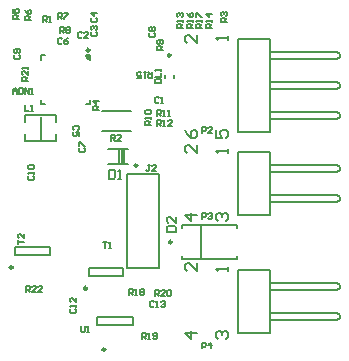
<source format=gto>
G04*
G04 #@! TF.GenerationSoftware,Altium Limited,Altium Designer,22.2.1 (43)*
G04*
G04 Layer_Color=65535*
%FSAX24Y24*%
%MOIN*%
G70*
G04*
G04 #@! TF.SameCoordinates,0A7D3E4C-9769-4D31-AB1C-A6483D793648*
G04*
G04*
G04 #@! TF.FilePolarity,Positive*
G04*
G01*
G75*
%ADD10C,0.0098*%
%ADD11C,0.0079*%
%ADD12C,0.0059*%
%ADD13C,0.0060*%
%ADD14C,0.0050*%
G36*
X017460Y027388D02*
Y027250D01*
X017401D01*
X017323Y027329D01*
Y027388D01*
X017460D01*
D02*
G37*
D10*
X019045Y023720D02*
G03*
X019045Y023720I-000049J000000D01*
G01*
X020197Y021161D02*
G03*
X020197Y021161I-000049J000000D01*
G01*
X014892Y020315D02*
G03*
X014892Y020315I-000049J000000D01*
G01*
X017366Y019622D02*
G03*
X017366Y019622I-000049J000000D01*
G01*
X017975Y017585D02*
G03*
X017975Y017585I-000049J000000D01*
G01*
X017452Y027559D02*
G03*
X017452Y027559I-000049J000000D01*
G01*
X020161Y027394D02*
G03*
X020161Y027394I-000049J000000D01*
G01*
D11*
X017323Y027388D02*
G03*
X017460Y027250I000138J000000D01*
G01*
X018071Y023760D02*
X018740D01*
X018071Y024272D02*
X018740D01*
X018602Y023760D02*
Y024272D01*
X018524Y023760D02*
Y024272D01*
X018445Y023760D02*
Y024272D01*
X021161Y020630D02*
Y021693D01*
X020551Y021632D02*
Y021732D01*
Y020591D02*
Y020691D01*
Y020591D02*
X022362D01*
Y021632D02*
Y021732D01*
Y020591D02*
Y020691D01*
X020551Y021732D02*
X022362D01*
X016122Y020748D02*
Y020984D01*
X014980D02*
X016122D01*
X014980Y020748D02*
Y020984D01*
Y020748D02*
X016122D01*
X023455Y026252D02*
X025709D01*
X023455Y026504D02*
X025709D01*
Y026252D02*
X025787Y026331D01*
X025709Y026504D02*
X025787Y026425D01*
Y026331D02*
Y026425D01*
Y027331D02*
Y027425D01*
X025709Y027504D02*
X025787Y027425D01*
X025709Y027252D02*
X025787Y027331D01*
X023455Y027504D02*
X025709D01*
X023455Y027252D02*
X025709D01*
X022396Y024819D02*
X023455D01*
Y027937D01*
X022396D02*
X023455D01*
X022396Y024819D02*
Y027937D01*
X025787Y025331D02*
Y025425D01*
X025709Y025504D02*
X025787Y025425D01*
X025709Y025252D02*
X025787Y025331D01*
X023455Y025504D02*
X025709D01*
X023455Y025252D02*
X025709D01*
X022396Y022063D02*
Y024181D01*
X023455D01*
Y022063D02*
Y024181D01*
X022396Y022063D02*
X023455D01*
Y023496D02*
X025709D01*
X023455Y023748D02*
X025709D01*
Y023496D02*
X025787Y023575D01*
X025709Y023748D02*
X025787Y023669D01*
Y023575D02*
Y023669D01*
Y022575D02*
Y022669D01*
X025709Y022748D02*
X025787Y022669D01*
X025709Y022496D02*
X025787Y022575D01*
X023455Y022748D02*
X025709D01*
X023455Y022496D02*
X025709D01*
X022396Y018126D02*
Y020244D01*
X023455D01*
Y018126D02*
Y020244D01*
X022396Y018126D02*
X023455D01*
Y019559D02*
X025709D01*
X023455Y019811D02*
X025709D01*
Y019559D02*
X025787Y019638D01*
X025709Y019811D02*
X025787Y019732D01*
Y019638D02*
Y019732D01*
Y018638D02*
Y018732D01*
X025709Y018811D02*
X025787Y018732D01*
X025709Y018559D02*
X025787Y018638D01*
X023455Y018811D02*
X025709D01*
X023455Y018559D02*
X025709D01*
X017435Y020045D02*
X018577D01*
X017435D02*
Y020301D01*
X018577D01*
Y020045D02*
Y020301D01*
X017700Y018392D02*
Y018668D01*
X018900D01*
Y018392D02*
Y018668D01*
X017700Y018392D02*
X018900D01*
X018710Y020301D02*
Y023419D01*
X019770D01*
Y020301D02*
Y023419D01*
X018710Y020301D02*
X019770D01*
X017323Y027388D02*
X017460D01*
Y027250D02*
Y027388D01*
Y025774D02*
Y025912D01*
X017323Y025774D02*
X017460D01*
X015846D02*
X015984D01*
X015846D02*
Y025912D01*
Y027250D02*
Y027388D01*
X015984D01*
X017852Y024871D02*
X018839D01*
X017852Y025545D02*
X018839D01*
X020269Y026646D02*
Y026725D01*
X019954Y026646D02*
Y026725D01*
D12*
X015825Y024614D02*
Y025322D01*
X015314Y024535D02*
Y024771D01*
Y024535D02*
X016337D01*
Y024771D01*
Y025165D02*
Y025401D01*
X015314D02*
X016337D01*
X015314Y025165D02*
Y025401D01*
D13*
X018107Y023575D02*
Y023275D01*
X018257D01*
X018307Y023325D01*
Y023525D01*
X018257Y023575D01*
X018107D01*
X018407Y023275D02*
X018507D01*
X018457D01*
Y023575D01*
X018407Y023525D01*
X020027Y021502D02*
X020327D01*
Y021652D01*
X020277Y021702D01*
X020077D01*
X020027Y021652D01*
Y021502D01*
X020327Y022002D02*
Y021802D01*
X020127Y022002D01*
X020077D01*
X020027Y021952D01*
Y021852D01*
X020077Y021802D01*
X021039Y028061D02*
Y027794D01*
X020772Y028061D01*
X020705D01*
X020639Y027994D01*
Y027861D01*
X020705Y027794D01*
X020636Y024885D02*
X020702Y024751D01*
X020835Y024618D01*
X020969D01*
X021035Y024685D01*
Y024818D01*
X020969Y024885D01*
X020902D01*
X020835Y024818D01*
Y024618D01*
X021659Y024885D02*
Y024618D01*
X021859D01*
X021792Y024751D01*
Y024818D01*
X021859Y024885D01*
X021992D01*
X022059Y024818D01*
Y024685D01*
X021992Y024618D01*
X022059Y027902D02*
Y028035D01*
Y027968D01*
X021659D01*
X021726Y027902D01*
Y021862D02*
X021659Y021929D01*
Y022062D01*
X021726Y022129D01*
X021792D01*
X021859Y022062D01*
Y021995D01*
Y022062D01*
X021926Y022129D01*
X021992D01*
X022059Y022062D01*
Y021929D01*
X021992Y021862D01*
X021035Y022062D02*
X020636D01*
X020835Y021862D01*
Y022129D01*
X021035Y024412D02*
Y024146D01*
X020769Y024412D01*
X020702D01*
X020636Y024346D01*
Y024212D01*
X020702Y024146D01*
X022059D02*
Y024279D01*
Y024212D01*
X021659D01*
X021726Y024146D01*
Y017925D02*
X021659Y017992D01*
Y018125D01*
X021726Y018192D01*
X021792D01*
X021859Y018125D01*
Y018058D01*
Y018125D01*
X021926Y018192D01*
X021992D01*
X022059Y018125D01*
Y017992D01*
X021992Y017925D01*
X021035Y018125D02*
X020636D01*
X020835Y017925D01*
Y018192D01*
X021035Y020475D02*
Y020209D01*
X020769Y020475D01*
X020702D01*
X020636Y020409D01*
Y020275D01*
X020702Y020209D01*
X022059D02*
Y020342D01*
Y020275D01*
X021659D01*
X021726Y020209D01*
X018756Y019409D02*
Y019609D01*
X018856D01*
X018889Y019576D01*
Y019509D01*
X018856Y019476D01*
X018756D01*
X018822D02*
X018889Y019409D01*
X018956D02*
X019022D01*
X018989D01*
Y019609D01*
X018956Y019576D01*
X019122D02*
X019156Y019609D01*
X019222D01*
X019256Y019576D01*
Y019543D01*
X019222Y019509D01*
X019256Y019476D01*
Y019443D01*
X019222Y019409D01*
X019156D01*
X019122Y019443D01*
Y019476D01*
X019156Y019509D01*
X019122Y019543D01*
Y019576D01*
X019156Y019509D02*
X019222D01*
X015058Y021093D02*
Y021227D01*
Y021160D01*
X015257D01*
Y021426D02*
Y021293D01*
X015124Y021426D01*
X015091D01*
X015058Y021393D01*
Y021326D01*
X015091Y021293D01*
X015335Y019513D02*
Y019713D01*
X015435D01*
X015469Y019680D01*
Y019613D01*
X015435Y019580D01*
X015335D01*
X015402D02*
X015469Y019513D01*
X015669D02*
X015535D01*
X015669Y019646D01*
Y019680D01*
X015635Y019713D01*
X015569D01*
X015535Y019680D01*
X015869Y019513D02*
X015735D01*
X015869Y019646D01*
Y019680D01*
X015835Y019713D01*
X015769D01*
X015735Y019680D01*
X015417Y026548D02*
X015217D01*
Y026648D01*
X015251Y026681D01*
X015317D01*
X015351Y026648D01*
Y026548D01*
Y026614D02*
X015417Y026681D01*
Y026881D02*
Y026748D01*
X015284Y026881D01*
X015251D01*
X015217Y026847D01*
Y026781D01*
X015251Y026748D01*
X015417Y026947D02*
Y027014D01*
Y026981D01*
X015217D01*
X015251Y026947D01*
X021192Y017617D02*
Y017816D01*
X021292D01*
X021325Y017783D01*
Y017717D01*
X021292Y017683D01*
X021192D01*
X021492Y017617D02*
Y017816D01*
X021392Y017717D01*
X021525D01*
X021192Y021947D02*
Y022147D01*
X021292D01*
X021325Y022114D01*
Y022047D01*
X021292Y022014D01*
X021192D01*
X021392Y022114D02*
X021425Y022147D01*
X021492D01*
X021525Y022114D01*
Y022081D01*
X021492Y022047D01*
X021458D01*
X021492D01*
X021525Y022014D01*
Y021981D01*
X021492Y021947D01*
X021425D01*
X021392Y021981D01*
X021192Y024802D02*
Y025002D01*
X021292D01*
X021325Y024968D01*
Y024902D01*
X021292Y024868D01*
X021192D01*
X021525Y024802D02*
X021392D01*
X021525Y024935D01*
Y024968D01*
X021492Y025002D01*
X021425D01*
X021392Y024968D01*
X019209Y017929D02*
Y018129D01*
X019309D01*
X019342Y018096D01*
Y018029D01*
X019309Y017996D01*
X019209D01*
X019276D02*
X019342Y017929D01*
X019409D02*
X019476D01*
X019442D01*
Y018129D01*
X019409Y018096D01*
X019576Y017963D02*
X019609Y017929D01*
X019676D01*
X019709Y017963D01*
Y018096D01*
X019676Y018129D01*
X019609D01*
X019576Y018096D01*
Y018063D01*
X019609Y018029D01*
X019709D01*
X019604Y019151D02*
X019571Y019184D01*
X019504D01*
X019471Y019151D01*
Y019018D01*
X019504Y018985D01*
X019571D01*
X019604Y019018D01*
X019671Y018985D02*
X019738D01*
X019704D01*
Y019184D01*
X019671Y019151D01*
X019838D02*
X019871Y019184D01*
X019938D01*
X019971Y019151D01*
Y019118D01*
X019938Y019085D01*
X019904D01*
X019938D01*
X019971Y019051D01*
Y019018D01*
X019938Y018985D01*
X019871D01*
X019838Y019018D01*
X019469Y028136D02*
X019436Y028103D01*
Y028036D01*
X019469Y028003D01*
X019603D01*
X019636Y028036D01*
Y028103D01*
X019603Y028136D01*
X019469Y028203D02*
X019436Y028236D01*
Y028302D01*
X019469Y028336D01*
X019503D01*
X019536Y028302D01*
X019569Y028336D01*
X019603D01*
X019636Y028302D01*
Y028236D01*
X019603Y028203D01*
X019569D01*
X019536Y028236D01*
X019503Y028203D01*
X019469D01*
X019536Y028236D02*
Y028302D01*
X014960Y027402D02*
X014927Y027368D01*
Y027302D01*
X014960Y027268D01*
X015093D01*
X015127Y027302D01*
Y027368D01*
X015093Y027402D01*
Y027468D02*
X015127Y027502D01*
Y027568D01*
X015093Y027602D01*
X014960D01*
X014927Y027568D01*
Y027502D01*
X014960Y027468D01*
X014993D01*
X015027Y027502D01*
Y027602D01*
X019643Y019382D02*
Y019582D01*
X019743D01*
X019776Y019549D01*
Y019482D01*
X019743Y019449D01*
X019643D01*
X019710D02*
X019776Y019382D01*
X019976D02*
X019843D01*
X019976Y019515D01*
Y019549D01*
X019943Y019582D01*
X019876D01*
X019843Y019549D01*
X020043D02*
X020076Y019582D01*
X020143D01*
X020176Y019549D01*
Y019415D01*
X020143Y019382D01*
X020076D01*
X020043Y019415D01*
Y019549D01*
X017910Y021180D02*
X018043D01*
X017977D01*
Y020980D01*
X018110D02*
X018177D01*
X018143D01*
Y021180D01*
X018110Y021147D01*
X017180Y018380D02*
Y018213D01*
X017213Y018180D01*
X017280D01*
X017313Y018213D01*
Y018380D01*
X017380Y018180D02*
X017447D01*
X017413D01*
Y018380D01*
X017380Y018347D01*
X019548Y026840D02*
Y026640D01*
X019448D01*
X019415Y026674D01*
Y026740D01*
X019448Y026774D01*
X019548D01*
X019482D02*
X019415Y026840D01*
X019348D02*
X019282D01*
X019315D01*
Y026640D01*
X019348Y026674D01*
X019048Y026640D02*
X019182D01*
Y026740D01*
X019115Y026707D01*
X019082D01*
X019048Y026740D01*
Y026807D01*
X019082Y026840D01*
X019148D01*
X019182Y026807D01*
X019455Y023722D02*
X019388D01*
X019422D01*
Y023555D01*
X019388Y023522D01*
X019355D01*
X019322Y023555D01*
X019655Y023522D02*
X019522D01*
X019655Y023655D01*
Y023689D01*
X019621Y023722D01*
X019555D01*
X019522Y023689D01*
X019773Y025971D02*
X019740Y026004D01*
X019673D01*
X019640Y025971D01*
Y025837D01*
X019673Y025804D01*
X019740D01*
X019773Y025837D01*
X019840Y025804D02*
X019906D01*
X019873D01*
Y026004D01*
X019840Y025971D01*
X017214Y028146D02*
X017180Y028179D01*
X017114D01*
X017080Y028146D01*
Y028013D01*
X017114Y027979D01*
X017180D01*
X017214Y028013D01*
X017414Y027979D02*
X017280D01*
X017414Y028113D01*
Y028146D01*
X017380Y028179D01*
X017314D01*
X017280Y028146D01*
X015451Y023363D02*
X015417Y023330D01*
Y023263D01*
X015451Y023230D01*
X015584D01*
X015617Y023263D01*
Y023330D01*
X015584Y023363D01*
X015617Y023430D02*
Y023496D01*
Y023463D01*
X015417D01*
X015451Y023430D01*
Y023596D02*
X015417Y023630D01*
Y023696D01*
X015451Y023730D01*
X015584D01*
X015617Y023696D01*
Y023630D01*
X015584Y023596D01*
X015451D01*
X017123Y024287D02*
X017090Y024253D01*
Y024187D01*
X017123Y024153D01*
X017257D01*
X017290Y024187D01*
Y024253D01*
X017257Y024287D01*
X017090Y024353D02*
Y024487D01*
X017123D01*
X017257Y024353D01*
X017290D01*
X016540Y027927D02*
X016506Y027960D01*
X016440D01*
X016407Y027927D01*
Y027793D01*
X016440Y027760D01*
X016506D01*
X016540Y027793D01*
X016740Y027960D02*
X016673Y027927D01*
X016606Y027860D01*
Y027793D01*
X016640Y027760D01*
X016706D01*
X016740Y027793D01*
Y027827D01*
X016706Y027860D01*
X016606D01*
X016833Y018933D02*
X016800Y018900D01*
Y018833D01*
X016833Y018800D01*
X016967D01*
X017000Y018833D01*
Y018900D01*
X016967Y018933D01*
X017000Y019000D02*
Y019067D01*
Y019033D01*
X016800D01*
X016833Y019000D01*
X017000Y019300D02*
Y019167D01*
X016867Y019300D01*
X016833D01*
X016800Y019267D01*
Y019200D01*
X016833Y019167D01*
X017055Y024915D02*
X017088Y024948D01*
Y025015D01*
X017055Y025048D01*
X016921D01*
X016888Y025015D01*
Y024948D01*
X016921Y024915D01*
X017088Y024715D02*
Y024848D01*
X016988D01*
X017021Y024782D01*
Y024748D01*
X016988Y024715D01*
X016921D01*
X016888Y024748D01*
Y024815D01*
X016921Y024848D01*
X015897Y028505D02*
Y028705D01*
X015997D01*
X016031Y028672D01*
Y028605D01*
X015997Y028572D01*
X015897D01*
X015964D02*
X016031Y028505D01*
X016097D02*
X016164D01*
X016131D01*
Y028705D01*
X016097Y028672D01*
X018173Y024550D02*
Y024750D01*
X018273D01*
X018307Y024717D01*
Y024650D01*
X018273Y024617D01*
X018173D01*
X018240D02*
X018307Y024550D01*
X018507D02*
X018373D01*
X018507Y024683D01*
Y024717D01*
X018473Y024750D01*
X018407D01*
X018373Y024717D01*
X022034Y028488D02*
X021835D01*
Y028588D01*
X021868Y028621D01*
X021934D01*
X021968Y028588D01*
Y028488D01*
Y028555D02*
X022034Y028621D01*
X021868Y028688D02*
X021835Y028721D01*
Y028788D01*
X021868Y028821D01*
X021901D01*
X021934Y028788D01*
Y028754D01*
Y028788D01*
X021968Y028821D01*
X022001D01*
X022034Y028788D01*
Y028721D01*
X022001Y028688D01*
X017769Y025573D02*
X017569D01*
Y025673D01*
X017602Y025706D01*
X017669D01*
X017702Y025673D01*
Y025573D01*
Y025640D02*
X017769Y025706D01*
Y025873D02*
X017569D01*
X017669Y025773D01*
Y025906D01*
X015095Y028587D02*
X014895D01*
Y028687D01*
X014929Y028720D01*
X014995D01*
X015028Y028687D01*
Y028587D01*
Y028653D02*
X015095Y028720D01*
X014895Y028920D02*
Y028787D01*
X014995D01*
X014962Y028853D01*
Y028886D01*
X014995Y028920D01*
X015062D01*
X015095Y028886D01*
Y028820D01*
X015062Y028787D01*
X015512Y028554D02*
X015312D01*
Y028654D01*
X015345Y028687D01*
X015412D01*
X015445Y028654D01*
Y028554D01*
Y028620D02*
X015512Y028687D01*
X015312Y028887D02*
X015345Y028820D01*
X015412Y028754D01*
X015478D01*
X015512Y028787D01*
Y028854D01*
X015478Y028887D01*
X015445D01*
X015412Y028854D01*
Y028754D01*
X016396Y028587D02*
Y028787D01*
X016496D01*
X016529Y028754D01*
Y028687D01*
X016496Y028654D01*
X016396D01*
X016462D02*
X016529Y028587D01*
X016595Y028787D02*
X016729D01*
Y028754D01*
X016595Y028621D01*
Y028587D01*
X016467Y028148D02*
Y028348D01*
X016567D01*
X016601Y028315D01*
Y028248D01*
X016567Y028215D01*
X016467D01*
X016534D02*
X016601Y028148D01*
X016667Y028315D02*
X016701Y028348D01*
X016767D01*
X016800Y028315D01*
Y028281D01*
X016767Y028248D01*
X016800Y028215D01*
Y028181D01*
X016767Y028148D01*
X016701D01*
X016667Y028181D01*
Y028215D01*
X016701Y028248D01*
X016667Y028281D01*
Y028315D01*
X016701Y028248D02*
X016767D01*
X019910Y027553D02*
X019710D01*
Y027653D01*
X019743Y027687D01*
X019810D01*
X019843Y027653D01*
Y027553D01*
Y027620D02*
X019910Y027687D01*
X019877Y027753D02*
X019910Y027787D01*
Y027853D01*
X019877Y027887D01*
X019743D01*
X019710Y027853D01*
Y027787D01*
X019743Y027753D01*
X019777D01*
X019810Y027787D01*
Y027887D01*
X019490Y025056D02*
X019290D01*
Y025156D01*
X019324Y025189D01*
X019390D01*
X019423Y025156D01*
Y025056D01*
Y025122D02*
X019490Y025189D01*
Y025256D02*
Y025322D01*
Y025289D01*
X019290D01*
X019324Y025256D01*
Y025422D02*
X019290Y025455D01*
Y025522D01*
X019324Y025555D01*
X019457D01*
X019490Y025522D01*
Y025455D01*
X019457Y025422D01*
X019324D01*
X019710Y025355D02*
Y025555D01*
X019810D01*
X019843Y025521D01*
Y025455D01*
X019810Y025421D01*
X019710D01*
X019776D02*
X019843Y025355D01*
X019910D02*
X019976D01*
X019943D01*
Y025555D01*
X019910Y025521D01*
X020076Y025355D02*
X020143D01*
X020110D01*
Y025555D01*
X020076Y025521D01*
X019710Y025026D02*
Y025225D01*
X019810D01*
X019844Y025192D01*
Y025126D01*
X019810Y025092D01*
X019710D01*
X019777D02*
X019844Y025026D01*
X019910D02*
X019977D01*
X019943D01*
Y025225D01*
X019910Y025192D01*
X020210Y025026D02*
X020077D01*
X020210Y025159D01*
Y025192D01*
X020177Y025225D01*
X020110D01*
X020077Y025192D01*
X020580Y028290D02*
X020380D01*
Y028390D01*
X020413Y028423D01*
X020480D01*
X020513Y028390D01*
Y028290D01*
Y028356D02*
X020580Y028423D01*
Y028490D02*
Y028556D01*
Y028523D01*
X020380D01*
X020413Y028490D01*
Y028656D02*
X020380Y028689D01*
Y028756D01*
X020413Y028789D01*
X020446D01*
X020480Y028756D01*
Y028723D01*
Y028756D01*
X020513Y028789D01*
X020546D01*
X020580Y028756D01*
Y028689D01*
X020546Y028656D01*
X021520Y028298D02*
X021320D01*
Y028398D01*
X021353Y028431D01*
X021420D01*
X021453Y028398D01*
Y028298D01*
Y028365D02*
X021520Y028431D01*
Y028498D02*
Y028565D01*
Y028531D01*
X021320D01*
X021353Y028498D01*
X021520Y028765D02*
X021320D01*
X021420Y028665D01*
Y028798D01*
X020897Y028312D02*
X020698D01*
Y028411D01*
X020731Y028445D01*
X020797D01*
X020831Y028411D01*
Y028312D01*
Y028378D02*
X020897Y028445D01*
Y028511D02*
Y028578D01*
Y028545D01*
X020698D01*
X020731Y028511D01*
X020698Y028811D02*
X020731Y028745D01*
X020797Y028678D01*
X020864D01*
X020897Y028711D01*
Y028778D01*
X020864Y028811D01*
X020831D01*
X020797Y028778D01*
Y028678D01*
X021200Y028308D02*
X021000D01*
Y028408D01*
X021033Y028442D01*
X021100D01*
X021133Y028408D01*
Y028308D01*
Y028375D02*
X021200Y028442D01*
Y028508D02*
Y028575D01*
Y028541D01*
X021000D01*
X021033Y028508D01*
X021000Y028675D02*
Y028808D01*
X021033D01*
X021167Y028675D01*
X021200D01*
X017531Y028156D02*
X017498Y028122D01*
Y028056D01*
X017531Y028022D01*
X017664D01*
X017698Y028056D01*
Y028122D01*
X017664Y028156D01*
X017531Y028222D02*
X017498Y028256D01*
Y028322D01*
X017531Y028355D01*
X017564D01*
X017598Y028322D01*
Y028289D01*
Y028322D01*
X017631Y028355D01*
X017664D01*
X017698Y028322D01*
Y028256D01*
X017664Y028222D01*
X017526Y028621D02*
X017492Y028588D01*
Y028521D01*
X017526Y028488D01*
X017659D01*
X017692Y028521D01*
Y028588D01*
X017659Y028621D01*
X017692Y028788D02*
X017492D01*
X017592Y028688D01*
Y028821D01*
X019640Y026457D02*
X019840D01*
Y026557D01*
X019807Y026590D01*
X019673D01*
X019640Y026557D01*
Y026457D01*
Y026657D02*
X019840D01*
Y026790D01*
Y026857D02*
Y026923D01*
Y026890D01*
X019640D01*
X019673Y026857D01*
D14*
X015307Y025720D02*
Y025520D01*
X015440D01*
X015507D02*
X015573D01*
X015540D01*
Y025720D01*
X015507Y025687D01*
X014917Y026110D02*
Y026243D01*
X014983Y026310D01*
X015050Y026243D01*
Y026110D01*
Y026210D01*
X014917D01*
X015117Y026310D02*
Y026110D01*
X015217D01*
X015250Y026143D01*
Y026277D01*
X015217Y026310D01*
X015117D01*
X015317Y026110D02*
Y026310D01*
X015450Y026110D01*
Y026310D01*
X015517Y026110D02*
X015583D01*
X015550D01*
Y026310D01*
X015517Y026277D01*
M02*

</source>
